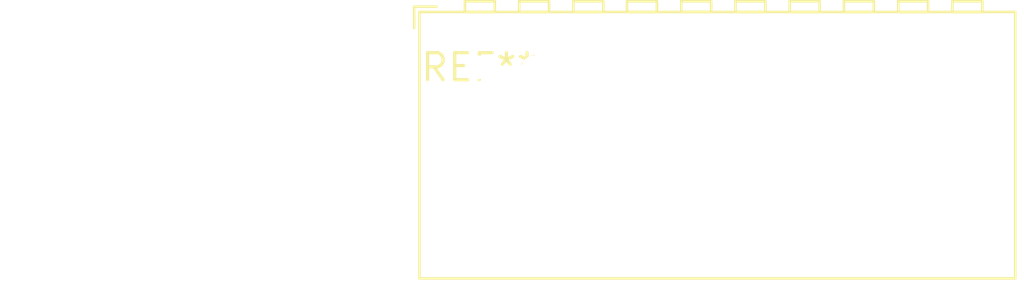
<source format=kicad_pcb>
(kicad_pcb (version 20240108) (generator pcbnew)
  (layers (0 "F.Cu" signal) (31 "B.Cu" signal) (34 "B.Paste" user) (35 "F.Paste" user) (36 "B.SilkS" user "B.Silkscreen") (37 "F.SilkS" user "F.Silkscreen") (38 "B.Mask" user) (39 "F.Mask" user) (44 "Edge.Cuts" user))
  (net 0 "")
  (footprint "TerminalBlock_WAGO_233-510_2x10_P2.54mm" (layer "F.Cu") (at 0 0)
    (property "Reference" "REF**")
    (property "Value" "TerminalBlock_WAGO_233-510_2x10_P2.54mm")
    (fp_line (start -3.05 -2.85) (end -3.05 -1.85) (layer "F.SilkS") (stroke (width 0.12)))
    (fp_line (start -3.05 -2.85) (end -2 -2.85) (layer "F.SilkS") (stroke (width 0.12)))
    (fp_line (start -2.8 -2.6) (end 25.1 -2.6) (layer "F.SilkS") (stroke (width 0.12)))
    (fp_line (start -2.8 9.9) (end -2.8 -2.6) (layer "F.SilkS") (stroke (width 0.12)))
    (fp_line (start 25.1 -2.6) (end 25.1 9.9) (layer "F.SilkS") (stroke (width 0.12)))
    (fp_line (start 25.1 9.9) (end -2.8 9.9) (layer "F.SilkS") (stroke (width 0.12)))
    (fp_rect (start -0.67 -3.1) (end 0.73 -2.6) (layer "F.SilkS") (stroke (width 0.12)) (fill none))
    (fp_rect (start 1.87 -3.1) (end 3.27 -2.6) (layer "F.SilkS") (stroke (width 0.12)) (fill none))
    (fp_rect (start 4.41 -3.1) (end 5.81 -2.6) (layer "F.SilkS") (stroke (width 0.12)) (fill none))
    (fp_rect (start 6.92 -3.1) (end 8.32 -2.6) (layer "F.SilkS") (stroke (width 0.12)) (fill none))
    (fp_rect (start 9.46 -3.100919) (end 10.86 -2.600919) (layer "F.SilkS") (stroke (width 0.12)) (fill none))
    (fp_rect (start 12 -3.100564) (end 13.4 -2.600564) (layer "F.SilkS") (stroke (width 0.12)) (fill none))
    (fp_rect (start 14.54 -3.1) (end 15.94 -2.6) (layer "F.SilkS") (stroke (width 0.12)) (fill none))
    (fp_rect (start 17.08 -3.1) (end 18.48 -2.6) (layer "F.SilkS") (stroke (width 0.12)) (fill none))
    (fp_rect (start 19.62 -3.1) (end 21.02 -2.6) (layer "F.SilkS") (stroke (width 0.12)) (fill none))
    (fp_rect (start 22.16 -3.1) (end 23.56 -2.6) (layer "F.SilkS") (stroke (width 0.12)) (fill none))
    (pad "1" thru_hole roundrect (at 0 0) (size 1.8 3.2) (drill 1.1) (layers *.Cu *.Mask) (remove_unused_layers) (roundrect_rratio 0.1388888889))
    (pad "1" thru_hole roundrect (at 0 5) (size 1.8 3.2) (drill 1.1) (layers *.Cu *.Mask) (remove_unused_layers) (roundrect_rratio 0.1388888889))
    (pad "2" thru_hole oval (at 2.54 0) (size 1.8 3.2) (drill 1.1) (layers *.Cu *.Mask) (remove_unused_layers))
    (pad "2" thru_hole oval (at 2.54 5) (size 1.8 3.2) (drill 1.1) (layers *.Cu *.Mask) (remove_unused_layers))
    (pad "3" thru_hole oval (at 5.08 0) (size 1.8 3.2) (drill 1.1) (layers *.Cu *.Mask) (remove_unused_layers))
    (pad "3" thru_hole oval (at 5.08 5) (size 1.8 3.2) (drill 1.1) (layers *.Cu *.Mask) (remove_unused_layers))
    (pad "4" thru_hole oval (at 7.62 0) (size 1.8 3.2) (drill 1.1) (layers *.Cu *.Mask) (remove_unused_layers))
    (pad "4" thru_hole oval (at 7.62 5) (size 1.8 3.2) (drill 1.1) (layers *.Cu *.Mask) (remove_unused_layers))
    (pad "5" thru_hole oval (at 10.16 0) (size 1.8 3.2) (drill 1.1) (layers *.Cu *.Mask) (remove_unused_layers))
    (pad "5" thru_hole oval (at 10.16 5) (size 1.8 3.2) (drill 1.1) (layers *.Cu *.Mask) (remove_unused_layers))
    (pad "6" thru_hole oval (at 12.7 0) (size 1.8 3.2) (drill 1.1) (layers *.Cu *.Mask) (remove_unused_layers))
    (pad "6" thru_hole oval (at 12.7 5) (size 1.8 3.2) (drill 1.1) (layers *.Cu *.Mask) (remove_unused_layers))
    (pad "7" thru_hole oval (at 15.24 0) (size 1.8 3.2) (drill 1.1) (layers *.Cu *.Mask) (remove_unused_layers))
    (pad "7" thru_hole oval (at 15.24 5) (size 1.8 3.2) (drill 1.1) (layers *.Cu *.Mask) (remove_unused_layers))
    (pad "8" thru_hole oval (at 17.78 0) (size 1.8 3.2) (drill 1.1) (layers *.Cu *.Mask) (remove_unused_layers))
    (pad "8" thru_hole oval (at 17.78 5) (size 1.8 3.2) (drill 1.1) (layers *.Cu *.Mask) (remove_unused_layers))
    (pad "9" thru_hole oval (at 20.32 0) (size 1.8 3.2) (drill 1.1) (layers *.Cu *.Mask) (remove_unused_layers))
    (pad "9" thru_hole oval (at 20.32 5) (size 1.8 3.2) (drill 1.1) (layers *.Cu *.Mask) (remove_unused_layers))
    (pad "10" thru_hole oval (at 22.86 0) (size 1.8 3.2) (drill 1.1) (layers *.Cu *.Mask) (remove_unused_layers))
    (pad "10" thru_hole oval (at 22.86 5) (size 1.8 3.2) (drill 1.1) (layers *.Cu *.Mask) (remove_unused_layers))
  )
)
</source>
